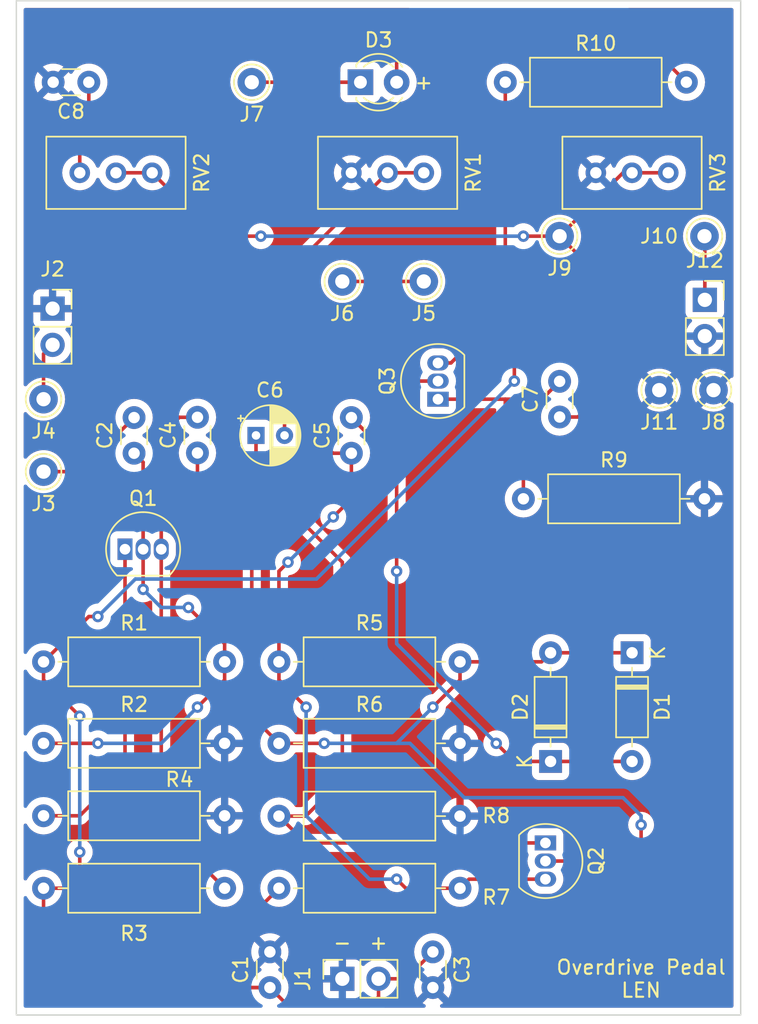
<source format=kicad_pcb>
(kicad_pcb (version 20211014) (generator pcbnew)
  (layers (0 "F.Cu" signal) (31 "B.Cu" signal) (34 "B.Paste" user) (35 "F.Paste" user) (36 "B.SilkS" user "B.Silkscreen") (37 "F.SilkS" user "F.Silkscreen") (38 "B.Mask" user) (39 "F.Mask" user) (44 "Edge.Cuts" user))
  (net 0 "")
  (net 1 "+9V")
  (net 2 "GND")
  (net 3 "Net-(C2-Pad1)")
  (net 4 "Net-(C2-Pad2)")
  (net 5 "Net-(C4-Pad1)")
  (net 6 "Net-(C4-Pad2)")
  (net 7 "Net-(C5-Pad1)")
  (net 8 "Net-(C5-Pad2)")
  (net 9 "Net-(C6-Pad1)")
  (net 10 "Net-(C6-Pad2)")
  (net 11 "Net-(C7-Pad1)")
  (net 12 "Net-(C7-Pad2)")
  (net 13 "Net-(C8-Pad1)")
  (net 14 "Net-(D3-Pad1)")
  (net 15 "Net-(D3-Pad2)")
  (net 16 "Net-(J2-Pad2)")
  (net 17 "Net-(J5-Pad1)")
  (net 18 "Net-(J10-Pad1)")
  (net 19 "Net-(Q1-Pad1)")
  (footprint "Connector_Pin:Pin_D1.0mm_L10.0mm" (layer "F.Cu") (at 130.175 70.485)
    (fp_text reference "J5" (at 0 2.25) (layer "F.SilkS"))
    (fp_text value "SW1AP3")
    (fp_circle (center 0 0) (end 1.25 0.05) (layer "F.SilkS") (width 0.12) (fill none))
    (pad "1" thru_hole circle (at 0 0) (size 2 2) (drill 1) (layers *.Cu *.Mask) (net 17 "Net-(J5-Pad1)"))
  )
  (footprint "Resistor_THT:R_Axial_DIN0309_L9.0mm_D3.2mm_P12.70mm_Horizontal" (layer "F.Cu") (at 103.505 97.155)
    (fp_text reference "R1" (at 6.35 -2.72) (layer "F.SilkS"))
    (fp_text value "330k")
    (fp_line (start 1.04 0) (end 1.73 0) (layer "F.SilkS") (width 0.12))
    (fp_line (start 10.97 1.72) (end 10.97 -1.72) (layer "F.SilkS") (width 0.12))
    (fp_line (start 1.73 -1.72) (end 1.73 1.72) (layer "F.SilkS") (width 0.12))
    (fp_line (start 11.66 0) (end 10.97 0) (layer "F.SilkS") (width 0.12))
    (fp_line (start 10.97 -1.72) (end 1.73 -1.72) (layer "F.SilkS") (width 0.12))
    (fp_line (start 1.73 1.72) (end 10.97 1.72) (layer "F.SilkS") (width 0.12))
    (pad "1" thru_hole circle (at 0 0) (size 1.6 1.6) (drill 0.8) (layers *.Cu *.Mask) (net 1 "+9V"))
    (pad "2" thru_hole oval (at 12.7 0) (size 1.6 1.6) (drill 0.8) (layers *.Cu *.Mask) (net 3 "Net-(C2-Pad1)"))
  )
  (footprint "Package_TO_SOT_THT:TO-92_Inline" (layer "F.Cu") (at 138.705 109.855 -90)
    (fp_text reference "Q2" (at 1.27 -3.56 90) (layer "F.SilkS"))
    (fp_text value "2N3904")
    (fp_line (start -0.53 1.85) (end 3.07 1.85) (layer "F.SilkS") (width 0.12))
    (fp_arc (start -0.568478 1.838478) (mid -1.132087 -0.994977) (end 1.27 -2.6) (layer "F.SilkS") (width 0.12))
    (fp_arc (start 1.27 -2.6) (mid 3.672087 -0.994977) (end 3.108478 1.838478) (layer "F.SilkS") (width 0.12))
    (pad "1" thru_hole rect (at 0 0 270) (size 1.05 1.5) (drill 0.75) (layers *.Cu *.Mask) (net 9 "Net-(C6-Pad1)"))
    (pad "2" thru_hole oval (at 1.27 0 270) (size 1.05 1.5) (drill 0.75) (layers *.Cu *.Mask) (net 5 "Net-(C4-Pad1)"))
    (pad "3" thru_hole oval (at 2.54 0 270) (size 1.05 1.5) (drill 0.75) (layers *.Cu *.Mask) (net 7 "Net-(C5-Pad1)"))
  )
  (footprint "Capacitor_THT:C_Disc_D3.0mm_W1.6mm_P2.50mm" (layer "F.Cu") (at 119.38 119.995 90)
    (fp_text reference "C1" (at 1.25 -2.05 90) (layer "F.SilkS"))
    (fp_text value "10nF")
    (fp_line (start 0.621 -0.92) (end 1.879 -0.92) (layer "F.SilkS") (width 0.12))
    (fp_line (start 0.621 0.92) (end 1.879 0.92) (layer "F.SilkS") (width 0.12))
    (pad "1" thru_hole circle (at 0 0 90) (size 1.6 1.6) (drill 0.8) (layers *.Cu *.Mask) (net 1 "+9V"))
    (pad "2" thru_hole circle (at 2.5 0 90) (size 1.6 1.6) (drill 0.8) (layers *.Cu *.Mask) (net 2 "GND"))
  )
  (footprint "Capacitor_THT:C_Disc_D3.0mm_W1.6mm_P2.50mm" (layer "F.Cu") (at 109.855 82.53 90)
    (fp_text reference "C2" (at 1.25 -2.05 90) (layer "F.SilkS"))
    (fp_text value "2.2uF")
    (fp_line (start 0.621 -0.92) (end 1.879 -0.92) (layer "F.SilkS") (width 0.12))
    (fp_line (start 0.621 0.92) (end 1.879 0.92) (layer "F.SilkS") (width 0.12))
    (pad "1" thru_hole circle (at 0 0 90) (size 1.6 1.6) (drill 0.8) (layers *.Cu *.Mask) (net 3 "Net-(C2-Pad1)"))
    (pad "2" thru_hole circle (at 2.5 0 90) (size 1.6 1.6) (drill 0.8) (layers *.Cu *.Mask) (net 4 "Net-(C2-Pad2)"))
  )
  (footprint "Resistor_THT:R_Axial_DIN0309_L9.0mm_D3.2mm_P12.70mm_Horizontal" (layer "F.Cu") (at 120.015 113.03)
    (fp_text reference "R7" (at 15.24 0.635) (layer "F.SilkS"))
    (fp_text value "6.8k")
    (fp_line (start 11.66 0) (end 10.97 0) (layer "F.SilkS") (width 0.12))
    (fp_line (start 1.73 -1.72) (end 1.73 1.72) (layer "F.SilkS") (width 0.12))
    (fp_line (start 10.97 -1.72) (end 1.73 -1.72) (layer "F.SilkS") (width 0.12))
    (fp_line (start 10.97 1.72) (end 10.97 -1.72) (layer "F.SilkS") (width 0.12))
    (fp_line (start 1.73 1.72) (end 10.97 1.72) (layer "F.SilkS") (width 0.12))
    (fp_line (start 1.04 0) (end 1.73 0) (layer "F.SilkS") (width 0.12))
    (pad "1" thru_hole circle (at 0 0) (size 1.6 1.6) (drill 0.8) (layers *.Cu *.Mask) (net 1 "+9V"))
    (pad "2" thru_hole oval (at 12.7 0) (size 1.6 1.6) (drill 0.8) (layers *.Cu *.Mask) (net 7 "Net-(C5-Pad1)"))
  )
  (footprint "Capacitor_THT:C_Disc_D3.0mm_W1.6mm_P2.50mm" (layer "F.Cu") (at 125.095 82.53 90)
    (fp_text reference "C5" (at 1.25 -2.05 90) (layer "F.SilkS"))
    (fp_text value "0.68uF")
    (fp_line (start 0.621 0.92) (end 1.879 0.92) (layer "F.SilkS") (width 0.12))
    (fp_line (start 0.621 -0.92) (end 1.879 -0.92) (layer "F.SilkS") (width 0.12))
    (pad "1" thru_hole circle (at 0 0 90) (size 1.6 1.6) (drill 0.8) (layers *.Cu *.Mask) (net 7 "Net-(C5-Pad1)"))
    (pad "2" thru_hole circle (at 2.5 0 90) (size 1.6 1.6) (drill 0.8) (layers *.Cu *.Mask) (net 8 "Net-(C5-Pad2)"))
  )
  (footprint "LED_THT:LED_D3.0mm" (layer "F.Cu") (at 125.73 56.515)
    (fp_text reference "D3" (at 1.27 -2.96) (layer "F.SilkS"))
    (fp_text value "LED")
    (fp_line (start -0.29 -1.236) (end -0.29 -1.08) (layer "F.SilkS") (width 0.12))
    (fp_line (start -0.29 1.08) (end -0.29 1.236) (layer "F.SilkS") (width 0.12))
    (fp_arc (start -0.29 -1.235516) (mid 1.366487 -1.987659) (end 2.942335 -1.078608) (layer "F.SilkS") (width 0.12))
    (fp_arc (start 2.31113 1.079837) (mid 1.270117 1.5) (end 0.229039 1.08) (layer "F.SilkS") (width 0.12))
    (fp_arc (start 0.229039 -1.08) (mid 1.270117 -1.5) (end 2.31113 -1.079837) (layer "F.SilkS") (width 0.12))
    (fp_arc (start 2.942335 1.078608) (mid 1.366487 1.987659) (end -0.29 1.235516) (layer "F.SilkS") (width 0.12))
    (pad "1" thru_hole rect (at 0 0) (size 1.8 1.8) (drill 0.9) (layers *.Cu *.Mask) (net 14 "Net-(D3-Pad1)"))
    (pad "2" thru_hole circle (at 2.54 0) (size 1.8 1.8) (drill 0.9) (layers *.Cu *.Mask) (net 15 "Net-(D3-Pad2)"))
  )
  (footprint "Capacitor_THT:C_Disc_D3.0mm_W1.6mm_P2.50mm" (layer "F.Cu") (at 114.3 82.51 90)
    (fp_text reference "C4" (at 1.25 -2.05 90) (layer "F.SilkS"))
    (fp_text value "0.68uF")
    (fp_line (start 0.621 -0.92) (end 1.879 -0.92) (layer "F.SilkS") (width 0.12))
    (fp_line (start 0.621 0.92) (end 1.879 0.92) (layer "F.SilkS") (width 0.12))
    (pad "1" thru_hole circle (at 0 0 90) (size 1.6 1.6) (drill 0.8) (layers *.Cu *.Mask) (net 5 "Net-(C4-Pad1)"))
    (pad "2" thru_hole circle (at 2.5 0 90) (size 1.6 1.6) (drill 0.8) (layers *.Cu *.Mask) (net 6 "Net-(C4-Pad2)"))
  )
  (footprint "Connector_Pin:Pin_D1.0mm_L10.0mm" (layer "F.Cu") (at 149.86 67.31)
    (fp_text reference "J10" (at -3.175 0) (layer "F.SilkS"))
    (fp_text value "SW1BP2")
    (fp_circle (center 0 0) (end 1.25 0.05) (layer "F.SilkS") (width 0.12) (fill none))
    (pad "1" thru_hole circle (at 0 0) (size 2 2) (drill 1) (layers *.Cu *.Mask) (net 18 "Net-(J10-Pad1)"))
  )
  (footprint "Resistor_THT:R_Axial_DIN0309_L9.0mm_D3.2mm_P12.70mm_Horizontal" (layer "F.Cu") (at 120.015 107.975)
    (fp_text reference "R8" (at 15.24 -0.025) (layer "F.SilkS"))
    (fp_text value "1k")
    (fp_line (start 1.73 -1.72) (end 1.73 1.72) (layer "F.SilkS") (width 0.12))
    (fp_line (start 1.04 0) (end 1.73 0) (layer "F.SilkS") (width 0.12))
    (fp_line (start 1.73 1.72) (end 10.97 1.72) (layer "F.SilkS") (width 0.12))
    (fp_line (start 10.97 -1.72) (end 1.73 -1.72) (layer "F.SilkS") (width 0.12))
    (fp_line (start 11.66 0) (end 10.97 0) (layer "F.SilkS") (width 0.12))
    (fp_line (start 10.97 1.72) (end 10.97 -1.72) (layer "F.SilkS") (width 0.12))
    (pad "1" thru_hole circle (at 0 0) (size 1.6 1.6) (drill 0.8) (layers *.Cu *.Mask) (net 9 "Net-(C6-Pad1)"))
    (pad "2" thru_hole oval (at 12.7 0) (size 1.6 1.6) (drill 0.8) (layers *.Cu *.Mask) (net 2 "GND"))
  )
  (footprint "Resistor_THT:R_Axial_DIN0309_L9.0mm_D3.2mm_P12.70mm_Horizontal" (layer "F.Cu") (at 135.89 56.515)
    (fp_text reference "R10" (at 6.35 -2.72) (layer "F.SilkS"))
    (fp_text value "1k")
    (fp_line (start 1.04 0) (end 1.73 0) (layer "F.SilkS") (width 0.12))
    (fp_line (start 10.97 -1.72) (end 1.73 -1.72) (layer "F.SilkS") (width 0.12))
    (fp_line (start 1.73 -1.72) (end 1.73 1.72) (layer "F.SilkS") (width 0.12))
    (fp_line (start 1.73 1.72) (end 10.97 1.72) (layer "F.SilkS") (width 0.12))
    (fp_line (start 10.97 1.72) (end 10.97 -1.72) (layer "F.SilkS") (width 0.12))
    (fp_line (start 11.66 0) (end 10.97 0) (layer "F.SilkS") (width 0.12))
    (pad "1" thru_hole circle (at 0 0) (size 1.6 1.6) (drill 0.8) (layers *.Cu *.Mask) (net 1 "+9V"))
    (pad "2" thru_hole oval (at 12.7 0) (size 1.6 1.6) (drill 0.8) (layers *.Cu *.Mask) (net 15 "Net-(D3-Pad2)"))
  )
  (footprint "Potentiometer_THT:Potentiometer_Bourns_3386C_Horizontal" (layer "F.Cu") (at 111.125 62.865 -90)
    (fp_text reference "RV2" (at 0 -3.475 90) (layer "F.SilkS"))
    (fp_text value "500k")
    (fp_line (start 2.535 -2.345) (end 2.535 7.425) (layer "F.SilkS") (width 0.12))
    (fp_line (start -2.535 7.425) (end 2.535 7.425) (layer "F.SilkS") (width 0.12))
    (fp_line (start -2.535 -2.345) (end -2.535 7.425) (layer "F.SilkS") (width 0.12))
    (fp_line (start -2.535 -2.345) (end 2.535 -2.345) (layer "F.SilkS") (width 0.12))
    (pad "1" thru_hole circle (at 0 0 270) (size 1.44 1.44) (drill 0.8) (layers *.Cu *.Mask) (net 11 "Net-(C7-Pad1)"))
    (pad "2" thru_hole circle (at 0 2.54 270) (size 1.44 1.44) (drill 0.8) (layers *.Cu *.Mask) (net 11 "Net-(C7-Pad1)"))
    (pad "3" thru_hole circle (at 0 5.08 270) (size 1.44 1.44) (drill 0.8) (layers *.Cu *.Mask) (net 13 "Net-(C8-Pad1)"))
  )
  (footprint "Package_TO_SOT_THT:TO-92_Inline" (layer "F.Cu") (at 131.17 78.74 90)
    (fp_text reference "Q3" (at 1.27 -3.56 90) (layer "F.SilkS"))
    (fp_text value "2N3904")
    (fp_line (start -0.53 1.85) (end 3.07 1.85) (layer "F.SilkS") (width 0.12))
    (fp_arc (start -0.568478 1.838478) (mid -1.132087 -0.994977) (end 1.27 -2.6) (layer "F.SilkS") (width 0.12))
    (fp_arc (start 1.27 -2.6) (mid 3.672087 -0.994977) (end 3.108478 1.838478) (layer "F.SilkS") (width 0.12))
    (pad "1" thru_hole rect (at 0 0 90) (size 1.05 1.5) (drill 0.75) (layers *.Cu *.Mask) (net 12 "Net-(C7-Pad2)"))
    (pad "2" thru_hole oval (at 1.27 0 90) (size 1.05 1.5) (drill 0.75) (layers *.Cu *.Mask) (net 7 "Net-(C5-Pad1)"))
    (pad "3" thru_hole oval (at 2.54 0 90) (size 1.05 1.5) (drill 0.75) (layers *.Cu *.Mask) (net 1 "+9V"))
  )
  (footprint "Resistor_THT:R_Axial_DIN0309_L9.0mm_D3.2mm_P12.70mm_Horizontal" (layer "F.Cu") (at 103.505 113.03)
    (fp_text reference "R3" (at 6.35 3.175) (layer "F.SilkS"))
    (fp_text value "33k")
    (fp_line (start 11.66 0) (end 10.97 0) (layer "F.SilkS") (width 0.12))
    (fp_line (start 10.97 1.72) (end 10.97 -1.72) (layer "F.SilkS") (width 0.12))
    (fp_line (start 1.73 1.72) (end 10.97 1.72) (layer "F.SilkS") (width 0.12))
    (fp_line (start 1.04 0) (end 1.73 0) (layer "F.SilkS") (width 0.12))
    (fp_line (start 10.97 -1.72) (end 1.73 -1.72) (layer "F.SilkS") (width 0.12))
    (fp_line (start 1.73 -1.72) (end 1.73 1.72) (layer "F.SilkS") (width 0.12))
    (pad "1" thru_hole circle (at 0 0) (size 1.6 1.6) (drill 0.8) (layers *.Cu *.Mask) (net 1 "+9V"))
    (pad "2" thru_hole oval (at 12.7 0) (size 1.6 1.6) (drill 0.8) (layers *.Cu *.Mask) (net 6 "Net-(C4-Pad2)"))
  )
  (footprint "Connector_Pin:Pin_D1.0mm_L10.0mm" (layer "F.Cu") (at 146.685 78.105)
    (fp_text reference "J11" (at 0 2.25) (layer "F.SilkS"))
    (fp_text value "SW1CP3")
    (fp_circle (center 0 0) (end 1.25 0.05) (layer "F.SilkS") (width 0.12) (fill none))
    (pad "1" thru_hole circle (at 0 0) (size 2 2) (drill 1) (layers *.Cu *.Mask) (net 2 "GND"))
  )
  (footprint "Capacitor_THT:C_Disc_D3.0mm_W1.6mm_P2.50mm" (layer "F.Cu") (at 130.81 117.495 -90)
    (fp_text reference "C3" (at 1.25 -2.05 90) (layer "F.SilkS"))
    (fp_text value "1uF")
    (fp_line (start 0.621 -0.92) (end 1.879 -0.92) (layer "F.SilkS") (width 0.12))
    (fp_line (start 0.621 0.92) (end 1.879 0.92) (layer "F.SilkS") (width 0.12))
    (pad "1" thru_hole circle (at 0 0 270) (size 1.6 1.6) (drill 0.8) (layers *.Cu *.Mask) (net 1 "+9V"))
    (pad "2" thru_hole circle (at 2.5 0 270) (size 1.6 1.6) (drill 0.8) (layers *.Cu *.Mask) (net 2 "GND"))
  )
  (footprint "Connector_PinSocket_2.54mm:PinSocket_1x02_P2.54mm_Vertical" (layer "F.Cu") (at 104.14 72.39)
    (fp_text reference "J2" (at 0 -2.77) (layer "F.SilkS"))
    (fp_text value "INPUT")
    (fp_line (start 1.33 -1.33) (end 1.33 0) (layer "F.SilkS") (width 0.12))
    (fp_line (start -1.33 1.27) (end 1.33 1.27) (layer "F.SilkS") (width 0.12))
    (fp_line (start 1.33 1.27) (end 1.33 3.87) (layer "F.SilkS") (width 0.12))
    (fp_line (start -1.33 1.27) (end -1.33 3.87) (layer "F.SilkS") (width 0.12))
    (fp_line (start 0 -1.33) (end 1.33 -1.33) (layer "F.SilkS") (width 0.12))
    (fp_line (start -1.33 3.87) (end 1.33 3.87) (layer "F.SilkS") (width 0.12))
    (pad "1" thru_hole rect (at 0 0) (size 1.7 1.7) (drill 1) (layers *.Cu *.Mask) (net 2 "GND"))
    (pad "2" thru_hole oval (at 0 2.54) (size 1.7 1.7) (drill 1) (layers *.Cu *.Mask) (net 16 "Net-(J2-Pad2)"))
  )
  (footprint "Capacitor_THT:CP_Radial_D4.0mm_P2.00mm" (layer "F.Cu") (at 118.407401 81.28)
    (fp_text reference "C6" (at 0.972599 -3.175) (layer "F.SilkS"))
    (fp_text value "10uF")
    (fp_line (start 2.801 -1.08) (end 2.801 -0.84) (layer "F.SilkS") (width 0.12))
    (fp_line (start 2.641 0.84) (end 2.641 1.304) (layer "F.SilkS") (width 0.12))
    (fp_line (start -1.269801 -1.195) (end -0.869801 -1.195) (layer "F.SilkS") (width 0.12))
    (fp_line (start 2.841 -1.013) (end 2.841 1.013) (layer "F.SilkS") (width 0.12))
    (fp_line (start 2.521 0.84) (end 2.521 1.438) (layer "F.SilkS") (width 0.12))
    (fp_line (start 2.721 0.84) (end 2.721 1.2) (layer "F.SilkS") (width 0.12))
    (fp_line (start 2.481 -1.478) (end 2.481 -0.84) (layer "F.SilkS") (width 0.12))
    (fp_line (start 1.16 -2.074) (end 1.16 2.074) (layer "F.SilkS") (width 0.12))
    (fp_line (start 3.001 -0.664) (end 3.001 0.664) (layer "F.SilkS") (width 0.12))
    (fp_line (start 1.4 0.84) (end 1.4 2.042) (layer "F.SilkS") (width 0.12))
    (fp_line (start 2.001 -1.83) (end 2.001 -0.84) (layer "F.SilkS") (width 0.12))
    (fp_line (start 2.761 -1.142) (end 2.761 -0.84) (layer "F.SilkS") (width 0.12))
    (fp_line (start 2.201 -1.708) (end 2.201 -0.84) (layer "F.SilkS") (width 0.12))
    (fp_line (start 1.48 -2.025) (end 1.48 -0.84) (layer "F.SilkS") (width 0.12))
    (fp_line (start 1.721 -1.954) (end 1.721 -0.84) (layer "F.SilkS") (width 0.12))
    (fp_line (start 1.6 0.84) (end 1.6 1.994) (layer "F.SilkS") (width 0.12))
    (fp_line (start 2.281 -1.65) (end 2.281 -0.84) (layer "F.SilkS") (width 0.12))
    (fp_line (start 1.64 0.84) (end 1.64 1.982) (layer "F.SilkS") (width 0.12))
    (fp_line (start 2.241 0.84) (end 2.241 1.68) (layer "F.SilkS") (width 0.12))
    (fp_line (start 2.561 -1.396) (end 2.561 -0.84) (layer "F.SilkS") (width 0.12))
    (fp_line (start 1.961 0.84) (end 1.961 1.851) (layer "F.SilkS") (width 0.12))
    (fp_line (start 1.881 0.84) (end 1.881 1.889) (layer "F.SilkS") (width 0.12))
    (fp_line (start 2.081 -1.785) (end 2.081 -0.84) (layer "F.SilkS") (width 0.12))
    (fp_line (start 1.56 -2.005) (end 1.56 -0.84) (layer "F.SilkS") (width 0.12))
    (fp_line (start 2.361 0.84) (end 2.361 1.587) (layer "F.SilkS") (width 0.12))
    (fp_line (start 1.28 0.84) (end 1.28 2.062) (layer "F.SilkS") (width 0.12))
    (fp_line (start 2.881 -0.94) (end 2.881 0.94) (layer "F.SilkS") (width 0.12))
    (fp_line (start 2.481 0.84) (end 2.481 1.478) (layer "F.SilkS") (width 0.12))
    (fp_line (start 2.121 0.84) (end 2.121 1.76) (layer "F.SilkS") (width 0.12))
    (fp_line (start 2.281 0.84) (end 2.281 1.65) (layer "F.SilkS") (width 0.12))
    (fp_line (start 1.44 0.84) (end 1.44 2.034) (layer "F.SilkS") (width 0.12))
    (fp_line (start 2.921 -0.859) (end 2.921 0.859) (layer "F.SilkS") (width 0.12))
    (fp_line (start 1.841 0.84) (end 1.841 1.907) (layer "F.SilkS") (width 0.12))
    (fp_line (start 2.641 -1.304) (end 2.641 -0.84) (layer "F.SilkS") (width 0.12))
    (fp_line (start 2.201 0.84) (end 2.201 1.708) (layer "F.SilkS") (width 0.12))
    (fp_line (start 1.56 0.84) (end 1.56 2.005) (layer "F.SilkS") (width 0.12))
    (fp_line (start 1.28 -2.062) (end 1.28 -0.84) (layer "F.SilkS") (width 0.12))
    (fp_line (start 2.681 -1.254) (end 2.681 -0.84) (layer "F.SilkS") (width 0.12))
    (fp_line (start 1.52 0.84) (end 1.52 2.016) (layer "F.SilkS") (width 0.12))
    (fp_line (start 2.121 -1.76) (end 2.121 -0.84) (layer "F.SilkS") (width 0.12))
    (fp_line (start 2.761 0.84) (end 2.761 1.142) (layer "F.SilkS") (width 0.12))
    (fp_line (start 1.2 -2.071) (end 1.2 -0.84) (layer "F.SilkS") (width 0.12))
    (fp_line (start 2.001 0.84) (end 2.001 1.83) (layer "F.SilkS") (width 0.12))
    (fp_line (start 2.161 0.84) (end 2.161 1.735) (layer "F.SilkS") (width 0.12))
    (fp_line (start 1.48 0.84) (end 1.48 2.025) (layer "F.SilkS") (width 0.12))
    (fp_line (start 2.601 -1.351) (end 2.601 -0.84) (layer "F.SilkS") (width 0.12))
    (fp_line (start 2.041 0.84) (end 2.041 1.808) (layer "F.SilkS") (width 0.12))
    (fp_line (start 1.721 0.84) (end 1.721 1.954) (layer "F.SilkS") (width 0.12))
    (fp_line (start 2.321 0.84) (end 2.321 1.619) (layer "F.SilkS") (width 0.12))
    (fp_line (start 2.441 -1.516) (end 2.441 -0.84) (layer "F.SilkS") (width 0.12))
    (fp_line (start 1.801 0.84) (end 1.801 1.924) (layer "F.SilkS") (width 0.12))
    (fp_line (start 1.68 -1.968) (end 1.68 -0.84) (layer "F.SilkS") (width 0.12))
    (fp_line (start 2.961 -0.768) (end 2.961 0.768) (layer "F.SilkS") (width 0.12))
    (fp_line (start 1.32 0.84) (end 1.32 2.056) (layer "F.SilkS") (width 0.12))
    (fp_line (start -1.069801 -1.395) (end -1.069801 -0.995) (layer "F.SilkS") (width 0.12))
    (fp_line (start 1 -2.08) (end 1 2.08) (layer "F.SilkS") (width 0.12))
    (fp_line (start 1.881 -1.889) (end 1.881 -0.84) (layer "F.SilkS") (width 0.12))
    (fp_line (start 2.601 0.84) (end 2.601 1.351) (layer "F.SilkS") (width 0.12))
    (fp_line (start 1.68 0.84) (end 1.68 1.968) (layer "F.SilkS") (width 0.12))
    (fp_line (start 2.401 0.84) (end 2.401 1.552) (layer "F.SilkS") (width 0.12))
    (fp_line (start 2.361 -1.587) (end 2.361 -0.84) (layer "F.SilkS") (width 0.12))
    (fp_line (start 1.44 -2.034) (end 1.44 -0.84) (layer "F.SilkS") (width 0.12))
    (fp_line (start 1.36 -2.05) (end 1.36 -0.84) (layer "F.SilkS") (width 0.12))
    (fp_line (start 1.841 -1.907) (end 1.841 -0.84) (layer "F.SilkS") (width 0.12))
    (fp_line (start 1.6 -1.994) (end 1.6 -0.84) (layer "F.SilkS") (width 0.12))
    (fp_line (start 1.52 -2.016) (end 1.52 -0.84) (layer "F.SilkS") (width 0.12))
    (fp_line (start 1.32 -2.056) (end 1.32 -0.84) (layer "F.SilkS") (width 0.12))
    (fp_line (start 1.04 -2.08) (end 1.04 2.08) (layer "F.SilkS") (width 0.12))
    (fp_line (start 3.081 -0.37) (end 3.081 0.37) (layer "F.SilkS") (width 0.12))
    (fp_line (start 2.521 -1.438) (end 2.521 -0.84) (layer "F.SilkS") (width 0.12))
    (fp_line (start 1.64 -1.982) (end 1.64 -0.84) (layer "F.SilkS") (width 0.12))
    (fp_line (start 1.761 -1.94) (end 1.761 -0.84) (layer "F.SilkS") (width 0.12))
    (fp_line (start 2.441 0.84) (end 2.441 1.516) (layer "F.SilkS") (width 0.12))
    (fp_line (start 3.041 -0.537) (end 3.041 0.537) (layer "F.SilkS") (width 0.12))
    (fp_line (start 2.321 -1.619) (end 2.321 -0.84) (layer "F.SilkS") (width 0.12))
    (fp_line (start 2.161 -1.735) (end 2.161 -0.84) (layer "F.SilkS") (width 0.12))
    (fp_line (start 1.761 0.84) (end 1.761 1.94) (layer "F.SilkS") (width 0.12))
    (fp_line (start 2.241 -1.68) (end 2.241 -0.84) (layer "F.SilkS") (width 0.12))
    (fp_line (start 1.801 -1.924) (end 1.801 -0.84) (layer "F.SilkS") (width 0.12))
    (fp_line (start 1.961 -1.851) (end 1.961 -0.84) (layer "F.SilkS") (width 0.12))
    (fp_line (start 2.041 -1.808) (end 2.041 -0.84) (layer "F.SilkS") (width 0.12))
    (fp_line (start 2.561 0.84) (end 2.561 1.396) (layer "F.SilkS") (width 0.12))
    (fp_line (start 2.681 0.84) (end 2.681 1.254) (layer "F.SilkS") (width 0.12))
    (fp_line (start 1.24 -2.067) (end 1.24 -0.84) (layer "F.SilkS") (width 0.12))
    (fp_line (start 1.36 0.84) (end 1.36 2.05) (layer "F.SilkS") (width 0.12))
    (fp_line (start 2.721 -1.2) (end 2.721 -0.84) (layer "F.SilkS") (width 0.12))
    (fp_line (start 1.4 -2.042) (end 1.4 -0.84) (layer "F.SilkS") (width 0.12))
    (fp_line (start 2.081 0.84) (end 2.081 1.785) (layer "F.SilkS") (width 0.12))
    (fp_line (start 1.2 0.84) (end 1.2 2.071) (layer "F.SilkS") (width 0.12))
    (fp_line (start 1.921 0.84) (end 1.921 1.87) (layer "F.SilkS") (width 0.12))
    (fp_line (start 1.12 -2.077) (end 1.12 2.077) (layer "F.SilkS") (width 0.12))
    (fp_line (start 1.921 -1.87) (end 1.921 -0.84) (layer "F.SilkS") (width 0.12))
    (fp_line (start 2.801 0.84) (end 2.801 1.08) (layer "F.SilkS") (width 0.12))
    (fp_line (start 1.08 -2.079) (end 1.08 2.079) (layer "F.SilkS") (width 0.12))
    (fp_line (start 2.401 -1.552) (end 2.401 -0.84) (layer "F.SilkS") (width 0.12))
    (fp_line (start 1.24 0.84) (end 1.24 2.067) (layer "F.SilkS") (width 0.12))
    (fp_circle (center 1 0) (end 3.12 0) (layer "F.SilkS") (width 0.12) (fill none))
    (pad "1" thru_hole rect (at 0 0) (size 1.2 1.2) (drill 0.6) (layers *.Cu *.Mask) (net 9 "Net-(C6-Pad1)"))
    (pad "2" thru_hole circle (at 2 0) (size 1.2 1.2) (drill 0.6) (layers *.Cu *.Mask) (net 10 "Net-(C6-Pad2)"))
  )
  (footprint "Diode_THT:D_DO-35_SOD27_P7.62mm_Horizontal" (layer "F.Cu") (at 139.065 104.14 90)
    (fp_text reference "D2" (at 3.81 -2.12 90) (layer "F.SilkS"))
    (fp_text value "1N4148")
    (fp_text user "K" (at 0 -1.8 90) (layer "F.SilkS"))
    (fp_line (start 2.53 -1.12) (end 2.53 1.12) (layer "F.SilkS") (width 0.12))
    (fp_line (start 6.58 0) (end 5.93 0) (layer "F.SilkS") (width 0.12))
    (fp_line (start 2.41 -1.12) (end 2.41 1.12) (layer "F.SilkS") (width 0.12))
    (fp_line (start 5.93 1.12) (end 5.93 -1.12) (layer "F.SilkS") (width 0.12))
    (fp_line (start 2.29 -1.12) (end 2.29 1.12) (layer "F.SilkS") (width 0.12))
    (fp_line (start 1.04 0) (end 1.69 0) (layer "F.SilkS") (width 0.12))
    (fp_line (start 1.69 1.12) (end 5.93 1.12) (layer "F.SilkS") (width 0.12))
    (fp_line (start 5.93 -1.12) (end 1.69 -1.12) (layer "F.SilkS") (width 0.12))
    (fp_line (start 1.69 -1.12) (end 1.69 1.12) (layer "F.SilkS") (width 0.12))
    (pad "1" thru_hole rect (at 0 0 90) (size 1.6 1.6) (drill 0.8) (layers *.Cu *.Mask) (net 8 "Net-(C5-Pad2)"))
    (pad "2" thru_hole oval (at 7.62 0 90) (size 1.6 1.6) (drill 0.8) (layers *.Cu *.Mask) (net 5 "Net-(C4-Pad1)"))
  )
  (footprint "Resistor_THT:R_Axial_DIN0309_L9.0mm_D3.2mm_P12.70mm_Horizontal" (layer "F.Cu") (at 120.015 102.87)
    (fp_text reference "R6" (at 6.35 -2.72) (layer "F.SilkS"))
    (fp_text value "100k")
    (fp_line (start 11.66 0) (end 10.97 0) (layer "F.SilkS") (width 0.12))
    (fp_line (start 10.97 -1.72) (end 1.73 -1.72) (layer "F.SilkS") (width 0.12))
    (fp_line (start 1.73 -1.72) (end 1.73 1.72) (layer "F.SilkS") (width 0.12))
    (fp_line (start 1.73 1.72) (end 10.97 1.72) (layer "F.SilkS") (width 0.12))
    (fp_line (start 10.97 1.72) (end 10.97 -1.72) (layer "F.SilkS") (width 0.12))
    (fp_line (start 1.04 0) (end 1.73 0) (layer "F.SilkS") (width 0.12))
    (pad "1" thru_hole circle (at 0 0) (size 1.6 1.6) (drill 0.8) (layers *.Cu *.Mask) (net 5 "Net-(C4-Pad1)"))
    (pad "2" thru_hole oval (at 12.7 0) (size 1.6 1.6) (drill 0.8) (layers *.Cu *.Mask) (net 2 "GND"))
  )
  (footprint "Connector_Pin:Pin_D1.0mm_L10.0mm" (layer "F.Cu") (at 124.46 70.485)
    (fp_text reference "J6" (at 0 2.25) (layer "F.SilkS"))
    (fp_text value "SW1BP3")
    (fp_circle (center 0 0) (end 1.25 0.05) (layer "F.SilkS") (width 0.12) (fill none))
    (pad "1" thru_hole circle (at 0 0) (size 2 2) (drill 1) (layers *.Cu *.Mask) (net 17 "Net-(J5-Pad1)"))
  )
  (footprint "Diode_THT:D_DO-35_SOD27_P7.62mm_Horizontal" (layer "F.Cu") (at 144.78 96.52 -90)
    (fp_text reference "D1" (at 3.81 -2.12 90) (layer "F.SilkS"))
    (fp_text value "1N4148")
    (fp_text user "K" (at 0 -1.8 90) (layer "F.SilkS"))
    (fp_line (start 6.58 0) (end 5.93 0) (layer "F.SilkS") (width 0.12))
    (fp_line (start 2.29 -1.12) (end 2.29 1.12) (layer "F.SilkS") (width 0.12))
    (fp_line (start 5.93 1.12) (end 5.93 -1.12) (layer "F.SilkS") (width 0.12))
    (fp_line (start 1.04 0) (end 1.69 0) (layer "F.SilkS") (width 0.12))
    (fp_line (start 5.93 -1.12) (end 1.69 -1.12) (layer "F.SilkS") (width 0.12))
    (fp_line (start 1.69 1.12) (end 5.93 1.12) (layer "F.SilkS") (width 0.12))
    (fp_line (start 1.69 -1.12) (end 1.69 1.12) (layer "F.SilkS") (width 0.12))
    (fp_line (start 2.53 -1.12) (end 2.53 1.12) (layer "F.SilkS") (width 0.12))
    (fp_line (start 2.41 -1.12) (end 2.41 1.12) (layer "F.SilkS") (width 0.12))
    (pad "1" thru_hole rect (at 0 0 270) (size 1.6 1.6) (drill 0.8) (layers *.Cu *.Mask) (net 5 "Net-(C4-Pad1)"))
    (pad "2" thru_hole oval (at 7.62 0 270) (size 1.6 1.6) (drill 0.8) (layers *.Cu *.Mask) (net 8 "Net-(C5-Pad2)"))
  )
  (footprint "Connector_PinSocket_2.54mm:PinSocket_1x02_P2.54mm_Vertical" (layer "F.Cu") (at 124.46 119.38 90)
    (fp_text reference "J1" (at 0 -2.77 90) (layer "F.SilkS"))
    (fp_text value "BATTERY")
    (fp_line (start 1.33 -1.33) (end 1.33 0) (layer "F.SilkS") (width 0.12))
    (fp_line (start -1.33 1.27) (end -1.33 3.87) (layer "F.SilkS") (width 0.12))
    (fp_line (start 1.33 1.27) (end 1.33 3.87) (layer "F.SilkS") (width 0.12))
    (fp_line (start -1.33 3.87) (end 1.33 3.87) (layer "F.SilkS") (width 0.12))
    (fp_line (start -1.33 1.27) (end 1.33 1.27) (layer "F.SilkS") (width 0.12))
    (fp_line (start 0 -1.33) (end 1.33 -1.33) (layer "F.SilkS") (width 0.12))
    (pad "1" thru_hole rect (at 0 0 90) (size 1.7 1.7) (drill 1) (layers *.Cu *.Mask) (net 2 "GND"))
    (pad "2" thru_hole oval (at 0 2.54 90) (size 1.7 1.7) (drill 1) (layers *.Cu *.Mask) (net 1 "+9V"))
  )
  (footprint "Package_TO_SOT_THT:TO-92_Inline" (layer "F.Cu") (at 109.22 89.26)
    (fp_text reference "Q1" (at 1.27 -3.56) (layer "F.SilkS"))
    (fp_text value "2N3904")
    (fp_line (start -0.53 1.85) (end 3.07 1.85) (layer "F.SilkS") (width 0.12))
    (fp_arc (start -0.568478 1.838478) (mid -1.132087 -0.994977) (end 1.27 -2.6) (layer "F.SilkS") (width 0.12))
    (fp_arc (start 1.27 -2.6) (mid 3.672087 -0.994977) (end 3.108478 1.838478) (layer "F.SilkS") (width 0.12))
    (pad "1" thru_hole rect (at 0 0) (size 1.05 1.5) (drill 0.75) (layers *.Cu *.Mask) (net 19 "Net-(Q1-Pad1)"))
    (pad "2" thru_hole oval (at 1.27 0) (size 1.05 1.5) (drill 0.75) (layers *.Cu *.Mask) (net 3 "Net-(C2-Pad1)"))
    (pad "3" thru_hole oval (at 2.54 0) (size 1.05 1.5) (drill 0.75) (layers *.Cu *.Mask) (net 6 "Net-(C4-Pad2)"))
  )
  (footprint "Resistor_THT:R_Axial_DIN0309_L9.0mm_D3.2mm_P12.70mm_Horizontal" (layer "F.Cu") (at 120.015 97.155)
    (fp_text reference "R5" (at 6.35 -2.72) (layer "F.SilkS"))
    (fp_text value "330k")
    (fp_line (start 10.97 1.72) (end 10.97 -1.72) (layer "F.SilkS") (width 0.12))
    (fp_line (start 11.66 0) (end 10.97 0) (layer "F.SilkS") (width 0.12))
    (fp_line (start 10.97 -1.72) (end 1.73 -1.72) (layer "F.SilkS") (width 0.12))
    (fp_line (start 1.73 1.72) (end 10.97 1.72) (layer "F.SilkS") (width 0.12))
    (fp_line (start 1.73 -1.72) (end 1.73 1.72) (layer "F.SilkS") (width 0.12))
    (fp_line (start 1.04 0) (end 1.73 0) (layer "F.SilkS") (width 0.12))
    (pad "1" thru_hole circle (at 0 0) (size 1.6 1.6) (drill 0.8) (layers *.Cu *.Mask) (net 7 "Net-(C5-Pad1)"))
    (pad "2" thru_hole oval (at 12.7 0) (size 1.6 1.6) (drill 0.8) (layers *.Cu *.Mask) (net 5 "Net-(C4-Pad1)"))
  )
  (footprint "Connector_Pin:Pin_D1.0mm_L10.0mm" (layer "F.Cu") (at 103.505 83.82)
    (fp_text reference "J3" (at 0 2.25) (layer "F.SilkS"))
    (fp_text value "SW1AP1")
    (fp_circle (center 0 0) (end 1.25 0.05) (layer "F.SilkS") (width 0.12) (fill none))
    (pad "1" thru_hole circle (at 0 0) (size 2 2) (drill 1) (layers *.Cu *.Mask) (net 4 "Net-(C2-Pad2)"))
  )
  (footprint "Connector_Pin:Pin_D1.0mm_L10.0mm" (layer "F.Cu") (at 118.11 56.515)
    (fp_text reference "J7" (at 0 2.25) (layer "F.SilkS"))
    (fp_text value "SW1CP1")
    (fp_circle (center 0 0) (end 1.25 0.05) (layer "F.SilkS") (width 0.12) (fill none))
    (pad "1" thru_hole circle (at 0 0) (size 2 2) (drill 1) (layers *.Cu *.Mask) (net 14 "Net-(D3-Pad1)"))
  )
  (footprint "Resistor_THT:R_Axial_DIN0309_L9.0mm_D3.2mm_P12.70mm_Horizontal" (layer "F.Cu") (at 137.16 85.725)
    (fp_text reference "R9" (at 6.35 -2.72) (layer "F.SilkS"))
    (fp_text value "33k")
    (fp_line (start 1.04 0) (end 1.73 0) (layer "F.SilkS") (width 0.12))
    (fp_line (start 11.66 0) (end 10.97 0) (layer "F.SilkS") (width 0.12))
    (fp_line (start 10.97 1.72) (end 10.97 -1.72) (layer "F.SilkS") (width 0.12))
    (fp_line (start 1.73 -1.72) (end 1.73 1.72) (layer "F.SilkS") (width 0.12))
    (fp_line (start 10.97 -1.72) (end 1.73 -1.72) (layer "F.SilkS") (width 0.12))
    (fp_line (start 1.73 1.72) (end 10.97 1.72) (layer "F.SilkS") (width 0.12))
    (pad "1" thru_hole circle (at 0 0) (size 1.6 1.6) (drill 0.8) (layers *.Cu *.Mask) (net 12 "Net-(C7-Pad2)"))
    (pad "2" thru_hole oval (at 12.7 0) (size 1.6 1.6) (drill 0.8) (layers *.Cu *.Mask) (net 2 "GND"))
  )
  (footprint "Connector_Pin:Pin_D1.0mm_L10.0mm" (layer "F.Cu") (at 150.495 78.105)
    (fp_text reference "J8" (at 0 2.25) (layer "F.SilkS"))
    (fp_text value "SW1CP2")
    (fp_circle (center 0 0) (end 1.25 0.05) (layer "F.SilkS") (width 0.12) (fill none))
    (pad "1" thru_hole circle (at 0 0) (size 2 2) (drill 1) (layers *.Cu *.Mask) (net 2 "GND"))
  )
  (footprint "Connector_PinSocket_2.54mm:PinSocket_1x02_P2.54mm_Vertical" (layer "F.Cu") (at 149.885 71.775)
    (fp_text reference "J12" (at 0 -2.77) (layer "F.SilkS"))
    (fp_text value "OUTPUT")
    (fp_line (start 1.33 -1.33) (end 1.33 0) (layer "F.SilkS") (width 0.12))
    (fp_line (start -1.33 1.27) (end 1.33 1.27) (layer "F.SilkS") (width 0.12))
    (fp_line (start -1.33 1.27) (end -1.33 3.87) (layer "F.SilkS") (width 0.12))
    (fp_line (start -1.33 3.87) (end 1.33 3.87) (layer "F.SilkS") (width 0.12))
    (fp_line (start 0 -1.33) (end 1.33 -1.33) (layer "F.SilkS") (width 0.12))
    (fp_line (start 1.33 1.27) (end 1.33 3.87) (layer "F.SilkS") (width 0.12))
    (pad "1" thru_hole rect (at 0 0) (size 1.7 1.7) (drill 1) (layers *.Cu *.Mask) (net 18 "Net-(J10-Pad1)"))
    (pad "2" thru_hole oval (at 0 2.54) (size 1.7 1.7) (drill 1) (layers *.Cu *.Mask) (net 2 "GND"))
  )
  (footprint "Potentiometer_THT:Potentiometer_Bourns_3386C_Horizontal" (layer "F.Cu") (at 147.32 62.865 -90)
    (fp_text reference "RV3" (at 0 -3.475 90) (layer "F.SilkS"))
    (fp_text value "500k")
    (fp_line (start -2.535 -2.345) (end 2.535 -2.345) (layer "F.SilkS") (width 0.12))
    (fp_line (start -2.535 -2.345) (end -2.535 7.425) (layer "F.SilkS") (width 0.12))
    (fp_line (start 2.535 -2.345) (end 2.535 7.425) (layer "F.SilkS") (width 0.12))
    (fp_line (start -2.535 7.425) (end 2.535 7.425) (layer "F.SilkS") (width 0.12))
    (pad "1" thru_hole circle (at 0 0 270) (size 1.44 1.44) (drill 0.8) (layers *.Cu *.Mask) (net 11 "Net-(C7-Pad1)"))
    (pad "2" thru_hole circle (at 0 2.54 270) (size 1.44 1.44) (drill 0.8) (layers *.Cu *.Mask) (net 11 "Net-(C7-Pad1)"))
    (pad "3" thru_hole circle (at 0 5.08 270) (size 1.44 1.44) (drill 0.8) (layers *.Cu *.Mask) (net 2 "GND"))
  )
  (footprint "Capacitor_THT:C_Disc_D3.0mm_W1.6mm_P2.50mm" (layer "F.Cu") (at 139.7 79.99 90)
    (fp_text reference "C7" (at 1.25 -2.05 90) (layer "F.SilkS"))
    (fp_text value "0.22uF")
    (fp_line (start 0.621 0.92) (end 1.879 0.92) (layer "F.SilkS") (width 0.12))
    (fp_line (start 0.621 -0.92) (end 1.879 -0.92) (layer "F.SilkS") (width 0.12))
    (pad "1" thru_hole circle (at 0 0 90) (size 1.6 1.6) (drill 0.8) (layers *.Cu *.Mask) (net 11 "Net-(C7-Pad1)"))
    (pad "2" thru_hole circle (at 2.5 0 90) (size 1.6 1.6) (drill 0.8) (layers *.Cu *.Mask) (net 12 "Net-(C7-Pad2)"))
  )
  (footprint "Capacitor_THT:C_Disc_D3.0mm_W1.6mm_P2.50mm" (layer "F.Cu") (at 106.68 56.515 180)
    (fp_text reference "C8" (at 1.25 -2.05) (layer "F.SilkS"))
    (fp_text value "1nF")
    (fp_line (start 0.621 0.92) (end 1.879 0.92) (layer "F.SilkS") (width 0.12))
    (fp_line (start 0.621 -0.92) (end 1.879 -0.92) (layer "F.SilkS") (width 0.12))
    (pad "1" thru_hole circle (at 0 0 180) (size 1.6 1.6) (drill 0.8) (layers *.Cu *.Mask) (net 13 "Net-(C8-Pad1)"))
    (pad "2" thru_hole circle (at 2.5 0 180) (size 1.6 1.6) (drill 0.8) (layers *.Cu *.Mask) (net 2 "GND"))
  )
  (footprint "Resistor_THT:R_Axial_DIN0309_L9.0mm_D3.2mm_P12.70mm_Horizontal" (layer "F.Cu") (at 103.505 107.95)
    (fp_text reference "R4" (at 9.525 -2.54 180) (layer "F.SilkS"))
    (fp_text value "680")
    (fp_line (start 11.66 0) (end 10.97 0) (layer "F.SilkS") (width 0.12))
    (fp_line (start 1.04 0) (end 1.73 0) (layer "F.SilkS") (width 0.12))
    (fp_line (start 1.73 1.72) (end 10.97 1.72) (layer "F.SilkS") (width 0.12))
    (fp_line (start 10.97 1.72) (end 10.97 -1.72) (layer "F.SilkS") (width 0.12))
    (fp_line (start 10.97 -1.72) (end 1.73 -1.72) (layer "F.SilkS") (width 0.12))
    (fp_line (start 1.73 -1.72) (end 1.73 1.72) (layer "F.SilkS") (width 0.12))
    (pad "1" thru_hole circle (at 0 0) (size 1.6 1.6) (drill 0.8) (layers *.Cu *.Mask) (net 19 "Net-(Q1-Pad1)"))
    (pad "2" thru_hole oval (at 12.7 0) (size 1.6 1.6) (drill 0.8) (layers *.Cu *.Mask) (net 2 "GND"))
  )
  (footprint "Connector_Pin:Pin_D1.0mm_L10.0mm" (layer "F.Cu") (at 103.505 78.74)
    (fp_text reference "J4" (at 0 2.25) (layer "F.SilkS"))
    (fp_text value "SW1AP2")
    (fp_circle (center 0 0) (end 1.25 0.05) (layer "F.SilkS") (width 0.12) (fill none))
    (pad "1" thru_hole circle (at 0 0) (size 2 2) (drill 1) (layers *.Cu *.Mask) (net 16 "Net-(J2-Pad2)"))
  )
  (footprint "Potentiometer_THT:Potentiometer_Bourns_3386C_Horizontal" (layer "F.Cu") (at 130.175 62.865 -90)
    (fp_text reference "RV1" (at 0 -3.475 90) (layer "F.SilkS"))
    (fp_text value "1k")
    (fp_line (start 2.535 -2.345) (end 2.535 7.425) (layer "F.SilkS") (width 0.12))
    (fp_line (start -2.535 7.425) (end 2.535 7.425) (layer "F.SilkS") (width 0.12))
    (fp_line (start -2.535 -2.345) (end 2.535 -2.345) (layer "F.SilkS") (width 0.12))
    (fp_line (start -2.535 -2.345) (end -2.535 7.425) (layer "F.SilkS") (width 0.12))
    (pad "1" thru_hole circle (at 0 0 270) (size 1.44 1.44) (drill 0.8) (layers *.Cu *.Mask) (net 10 "Net-(C6-Pad2)"))
    (pad "2" thru_hole circle (at 0 2.54 270) (size 1.44 1.44) (drill 0.8) (layers *.Cu *.Mask) (net 10 "Net-(C6-Pad2)"))
    (pad "3" thru_hole circle (at 0 5.08 270) (size 1.44 1.44) (drill 0.8) (layers *.Cu *.Mask) (net 2 "GND"))
  )
  (footprint "Resistor_THT:R_Axial_DIN0309_L9.0mm_D3.2mm_P12.70mm_Horizontal" (layer "F.Cu") (at 103.505 102.87)
    (fp_text reference "R2" (at 6.35 -2.72) (layer "F.SilkS"))
    (fp_text value "33k")
    (fp_line (start 11.66 0) (end 10.97 0) (layer "F.SilkS") (width 0.12))
    (fp_line (start 1.04 0) (end 1.73 0) (layer "F.SilkS") (width 0.12))
    (fp_line (start 1.73 1.72) (end 10.97 1.72) (layer "F.SilkS") (width 0.12))
    (fp_line (start 10.97 1.72) (end 10.97 -1.72) (layer "F.SilkS") (width 0.12))
    (fp_line (start 1.73 -1.72) (end 1.73 1.72) (layer "F.SilkS") (width 0.12))
    (fp_line (start 10.97 -1.72) (end 1.73 -1.72) (layer "F.SilkS") (width 0.12))
    (pad "1" thru_hole circle (at 0 0) (size 1.6 1.6) (drill 0.8) (layers *.Cu *.Mask) (net 3 "Net-(C2-Pad1)"))
    (pad "2" thru_hole oval (at 12.7 0) (size 1.6 1.6) (drill 0.8) (layers *.Cu *.Mask) (net 2 "GND"))
  )
  (footprint "Connector_Pin:Pin_D1.0mm_L10.0mm" (layer "F.Cu") (at 139.7 67.31)
    (fp_text reference "J9" (at 0 2.25) (layer "F.SilkS"))
    (fp_text value "SW1BP1")
    (fp_circle (center 0 0) (end 1.25 0.05) (layer "F.SilkS") (width 0.12) (fill none))
    (pad "1" thru_hole circle (at 0 0) (size 2 2) (drill 1) (layers *.Cu *.Mask) (net 11 "Net-(C7-Pad1)"))
  )
  (gr_rect (start 101.6 50.8) (end 152.4 121.92) (layer "Edge.Cuts") (width 0.1) (fill none))
  (gr_text "+" (at 127 116.84) (layer "F.SilkS") (effects (font (size 1 1))))
  (gr_text "+" (at 130.175 56.515) (layer "F.SilkS") (effects (font (size 1 1))))
  (gr_text "-" (at 124.46 116.84) (layer "F.SilkS") (effects (font (size 1 1))))
  (gr_text "Overdrive Pedal\nLEN" (at 145.415 119.38) (layer "F.SilkS") (effects (font (size 1 1))))
  (segment (start 103.505 98.425) (end 103.505 97.155) (width 0.25) (layer "F.Cu") (net 1))
  (segment (start 127 120.65) (end 126.365 121.285) (width 0.25) (layer "F.Cu") (net 1))
  (segment (start 103.505 116.205) (end 103.505 113.03) (width 0.25) (layer "F.Cu") (net 1))
  (segment (start 136.525 74.93) (end 135.89 74.295) (width 0.25) (layer "F.Cu") (net 1))
  (segment (start 106.68 93.98) (end 107.315 93.98) (width 0.25) (layer "F.Cu") (net 1))
  (segment (start 119.38 119.995) (end 107.295 119.995) (width 0.25) (layer "F.Cu") (net 1))
  (segment (start 135.89 74.295) (end 135.89 56.515) (width 0.25) (layer "F.Cu") (net 1))
  (segment (start 133.985 74.295) (end 132.08 76.2) (width 0.25) (layer "F.Cu") (net 1))
  (segment (start 127 119.38) (end 128.925 119.38) (width 0.25) (layer "F.Cu") (net 1))
  (segment (start 105.41 113.03) (end 106.045 112.395) (width 0.25) (layer "F.Cu") (net 1))
  (segment (start 127 119.38) (end 127 120.65) (width 0.25) (layer "F.Cu") (net 1))
  (segment (start 103.505 97.155) (end 106.68 93.98) (width 0.25) (layer "F.Cu") (net 1))
  (segment (start 126.365 121.285) (end 120.67 121.285) (width 0.25) (layer "F.Cu") (net 1))
  (segment (start 117.455 119.995) (end 119.38 119.995) (width 0.25) (layer "F.Cu") (net 1))
  (segment (start 120.015 113.03) (end 116.205 116.84) (width 0.25) (layer "F.Cu") (net 1))
  (segment (start 103.505 113.03) (end 105.41 113.03) (width 0.25) (layer "F.Cu") (net 1))
  (segment (start 106.045 100.965) (end 103.505 98.425) (width 0.25) (layer "F.Cu") (net 1))
  (segment (start 107.295 119.995) (end 103.505 116.205) (width 0.25) (layer "F.Cu") (net 1))
  (segment (start 106.045 112.395) (end 106.045 110.49) (width 0.25) (layer "F.Cu") (net 1))
  (segment (start 120.67 121.285) (end 119.38 119.995) (width 0.25) (layer "F.Cu") (net 1))
  (segment (start 116.205 116.84) (end 116.205 118.745) (width 0.25) (layer "F.Cu") (net 1))
  (segment (start 116.205 118.745) (end 117.455 119.995) (width 0.25) (layer "F.Cu") (net 1))
  (segment (start 135.89 74.295) (end 133.985 74.295) (width 0.25) (layer "F.Cu") (net 1))
  (segment (start 136.525 77.47) (end 136.525 74.93) (width 0.25) (layer "F.Cu") (net 1))
  (segment (start 128.925 119.38) (end 130.81 117.495) (width 0.25) (layer "F.Cu") (net 1))
  (segment (start 132.08 76.2) (end 131.17 76.2) (width 0.25) (layer "F.Cu") (net 1))
  (via (at 106.045 110.49) (size 0.8) (drill 0.4) (layers "F.Cu" "B.Cu") (net 1))
  (via (at 107.315 93.98) (size 0.8) (drill 0.4) (layers "F.Cu" "B.Cu") (net 1))
  (via (at 136.525 77.47) (size 0.8) (drill 0.4) (layers "F.Cu" "B.Cu") (net 1))
  (via (at 106.045 100.965) (size 0.8) (drill 0.4) (layers "F.Cu" "B.Cu") (net 1))
  (segment (start 122.645 91.35) (end 136.525 77.47) (width 0.25) (layer "B.Cu") (net 1))
  (segment (start 106.045 110.49) (end 106.045 100.965) (width 0.25) (layer "B.Cu") (net 1))
  (segment (start 107.315 93.98) (end 109.945 91.35) (width 0.25) (layer "B.Cu") (net 1))
  (segment (start 109.945 91.35) (end 122.645 91.35) (width 0.25) (layer "B.Cu") (net 1))
  (segment (start 103.505 102.87) (end 107.315 102.87) (width 0.25) (layer "F.Cu") (net 3))
  (segment (start 116.205 97.155) (end 116.205 95.885) (width 0.25) (layer "F.Cu") (net 3))
  (segment (start 114.3 100.33) (end 116.205 98.425) (width 0.25) (layer "F.Cu") (net 3))
  (segment (start 110.49 92.075) (end 110.49 89.26) (width 0.25) (layer "F.Cu") (net 3))
  (segment (start 116.205 98.425) (end 116.205 97.155) (width 0.25) (layer "F.Cu") (net 3))
  (segment (start 110.49 83.165) (end 110.49 89.26) (width 0.25) (layer "F.Cu") (net 3))
  (segment (start 109.855 82.53) (end 110.49 83.165) (width 0.25) (layer "F.Cu") (net 3))
  (segment (start 116.205 95.885) (end 113.665 93.345) (width 0.25) (layer "F.Cu") (net 3))
  (via (at 110.49 92.075) (size 0.8) (drill 0.4) (layers "F.Cu" "B.Cu") (net 3))
  (via (at 107.315 102.87) (size 0.8) (drill 0.4) (layers "F.Cu" "B.Cu") (net 3))
  (via (at 113.665 93.345) (size 0.8) (drill 0.4) (layers "F.Cu" "B.Cu") (net 3))
  (via (at 114.3 100.33) (size 0.8) (drill 0.4) (layers "F.Cu" "B.Cu") (net 3))
  (segment (start 113.665 93.345) (end 111.76 93.345) (width 0.25) (layer "B.Cu") (net 3))
  (segment (start 111.76 93.345) (end 110.49 92.075) (width 0.25) (layer "B.Cu") (net 3))
  (segment (start 107.315 102.87) (end 111.76 102.87) (width 0.25) (layer "B.Cu") (net 3))
  (segment (start 111.76 102.87) (end 114.3 100.33) (width 0.25) (layer "B.Cu") (net 3))
  (segment (start 103.505 83.82) (end 106.065 83.82) (width 0.25) (layer "F.Cu") (net 4))
  (segment (start 106.065 83.82) (end 109.855 80.03) (width 0.25) (layer "F.Cu") (net 4))
  (segment (start 118.11 100.965) (end 118.11 88.265) (width 0.25) (layer "F.Cu") (net 5))
  (segment (start 118.11 88.265) (end 114.3 84.455) (width 0.25) (layer "F.Cu") (net 5))
  (segment (start 145.415 108.585) (end 145.415 109.855) (width 0.25) (layer "F.Cu") (net 5))
  (segment (start 120.015 102.87) (end 118.11 100.965) (width 0.25) (layer "F.Cu") (net 5))
  (segment (start 114.3 84.455) (end 114.3 82.51) (width 0.25) (layer "F.Cu") (net 5))
  (segment (start 132.715 97.155) (end 138.43 97.155) (width 0.25) (layer "F.Cu") (net 5))
  (segment (start 130.81 100.33) (end 132.715 98.425) (width 0.25) (layer "F.Cu") (net 5))
  (segment (start 145.415 109.855) (end 144.145 111.125) (width 0.25) (layer "F.Cu") (net 5))
  (segment (start 132.715 98.425) (end 132.715 97.155) (width 0.25) (layer "F.Cu") (net 5))
  (segment (start 138.43 97.155) (end 139.065 96.52) (width 0.25) (layer "F.Cu") (net 5))
  (segment (start 120.015 102.87) (end 123.19 102.87) (width 0.25) (layer "F.Cu") (net 5))
  (segment (start 144.78 96.52) (end 139.065 96.52) (width 0.25) (layer "F.Cu") (net 5))
  (segment (start 144.145 111.125) (end 138.705 111.125) (width 0.25) (layer "F.Cu") (net 5))
  (via (at 145.415 108.585) (size 0.8) (drill 0.4) (layers "F.Cu" "B.Cu") (net 5))
  (via (at 123.19 102.87) (size 0.8) (drill 0.4) (layers "F.Cu" "B.Cu") (net 5))
  (via (at 130.81 100.33) (size 0.8) (drill 0.4) (layers "F.Cu" "B.Cu") (net 5))
  (segment (start 123.19 102.87) (end 128.27 102.87) (width 0.25) (layer "B.Cu") (net 5))
  (segment (start 128.27 102.87) (end 129.200991 102.87) (width 0.25) (layer "B.Cu") (net 5))
  (segment (start 133.010991 106.68) (end 144.145 106.68) (width 0.25) (layer "B.Cu") (net 5))
  (segment (start 144.145 106.68) (end 145.415 107.95) (width 0.25) (layer "B.Cu") (net 5))
  (segment (start 129.200991 102.87) (end 133.010991 106.68) (width 0.25) (layer "B.Cu") (net 5))
  (segment (start 128.27 102.87) (end 130.81 100.33) (width 0.25) (layer "B.Cu") (net 5))
  (segment (start 145.415 107.95) (end 145.415 108.585) (width 0.25) (layer "B.Cu") (net 5))
  (segment (start 116.205 113.03) (end 111.76 108.585) (width 0.25) (layer "F.Cu") (net 6))
  (segment (start 114.3 80.01) (end 113.03 80.01) (width 0.25) (layer "F.Cu") (net 6))
  (segment (start 111.76 81.28) (end 111.76 89.26) (width 0.25) (layer "F.Cu") (net 6))
  (segment (start 111.76 108.585) (end 111.76 89.26) (width 0.25) (layer "F.Cu") (net 6))
  (segment (start 113.03 80.01) (end 111.76 81.28) (width 0.25) (layer "F.Cu") (net 6))
  (segment (start 125.095 82.53) (end 123.805 82.53) (width 0.25) (layer "F.Cu") (net 7))
  (segment (start 120.015 90.805) (end 120.65 90.17) (width 0.25) (layer "F.Cu") (net 7))
  (segment (start 120.015 98.425) (end 120.015 97.155) (width 0.25) (layer "F.Cu") (net 7))
  (segment (start 123.825 86.995) (end 125.095 85.725) (width 0.25) (layer "F.Cu") (net 7))
  (segment (start 128.905 113.03) (end 128.27 112.395) (width 0.25) (layer "F.Cu") (net 7))
  (segment (start 121.92 100.33) (end 120.015 98.425) (width 0.25) (layer "F.Cu") (net 7))
  (segment (start 123.805 82.53) (end 122.555 81.28) (width 0.25) (layer "F.Cu") (net 7))
  (segment (start 120.015 97.155) (end 120.015 90.805) (width 0.25) (layer "F.Cu") (net 7))
  (segment (start 132.715 113.03) (end 128.905 113.03) (width 0.25) (layer "F.Cu") (net 7))
  (segment (start 122.555 81.28) (end 122.555 78.74) (width 0.25) (layer "F.Cu") (net 7))
  (segment (start 133.35 112.395) (end 132.715 113.03) (width 0.25) (layer "F.Cu") (net 7))
  (segment (start 125.095 85.725) (end 125.095 82.53) (width 0.25) (layer "F.Cu") (net 7))
  (segment (start 123.825 77.47) (end 131.17 77.47) (width 0.25) (layer "F.Cu") (net 7))
  (segment (start 122.555 78.74) (end 123.825 77.47) (width 0.25) (layer "F.Cu") (net 7))
  (segment (start 138.705 112.395) (end 133.35 112.395) (width 0.25) (layer "F.Cu") (net 7))
  (via (at 120.65 90.17) (size 0.8) (drill 0.4) (layers "F.Cu" "B.Cu") (net 7))
  (via (at 121.92 100.33) (size 0.8) (drill 0.4) (layers "F.Cu" "B.Cu") (net 7))
  (via (at 123.825 86.995) (size 0.8) (drill 0.4) (layers "F.Cu" "B.Cu") (net 7))
  (via (at 128.27 112.395) (size 0.8) (drill 0.4) (layers "F.Cu" "B.Cu") (net 7))
  (segment (start 128.27 112.395) (end 126.365 112.395) (width 0.25) (layer "B.Cu") (net 7))
  (segment (start 126.365 112.395) (end 121.92 107.95) (width 0.25) (layer "B.Cu") (net 7))
  (segment (start 120.65 90.17) (end 123.825 86.995) (width 0.25) (layer "B.Cu") (net 7))
  (segment (start 121.92 107.95) (end 121.92 100.33) (width 0.25) (layer "B.Cu") (net 7))
  (segment (start 128.27 90.805) (end 128.27 83.205) (width 0.25) (layer "F.Cu") (net 8))
  (segment (start 128.27 83.205) (end 125.095 80.03) (width 0.25) (layer "F.Cu") (net 8))
  (segment (start 139.065 104.14) (end 136.525 104.14) (width 0.25) (layer "F.Cu") (net 8))
  (segment (start 136.525 104.14) (end 135.255 102.87) (width 0.25) (layer "F.Cu") (net 8))
  (segment (start 144.78 104.14) (end 139.065 104.14) (width 0.25) (layer "F.Cu") (net 8))
  (via (at 128.27 90.805) (size 0.8) (drill 0.4) (layers "F.Cu" "B.Cu") (net 8))
  (via (at 135.255 102.87) (size 0.8) (drill 0.4) (layers "F.Cu" "B.Cu") (net 8))
  (segment (start 135.255 102.87) (end 128.27 95.885) (width 0.25) (layer "B.Cu") (net 8))
  (segment (start 128.27 95.885) (end 128.27 90.805) (width 0.25) (layer "B.Cu") (net 8))
  (segment (start 121.895 107.975) (end 124.46 105.41) (width 0.25) (layer "F.Cu") (net 9))
  (segment (start 118.407401 84.117401) (end 118.407401 81.28) (width 0.25) (layer "F.Cu") (net 9))
  (segment (start 124.46 90.17) (end 118.407401 84.117401) (width 0.25) (layer "F.Cu") (net 9))
  (segment (start 138.705 109.855) (end 121.895 109.855) (width 0.25) (layer "F.Cu") (net 9))
  (segment (start 120.015 107.975) (end 121.895 107.975) (width 0.25) (layer "F.Cu") (net 9))
  (segment (start 121.895 109.855) (end 120.015 107.975) (width 0.25) (layer "F.Cu") (net 9))
  (segment (start 124.46 105.41) (end 124.46 90.17) (width 0.25) (layer "F.Cu") (net 9))
  (segment (start 120.407401 70.092599) (end 127.635 62.865) (width 0.25) (layer "F.Cu") (net 10))
  (segment (start 127.635 62.865) (end 130.175 62.865) (width 0.25) (layer "F.Cu") (net 10))
  (segment (start 120.407401 81.28) (end 120.407401 70.092599) (width 0.25) (layer "F.Cu") (net 10))
  (segment (start 142.875 70.485) (end 139.7 67.31) (width 0.25) (layer "F.Cu") (net 11))
  (segment (start 108.585 62.865) (end 111.125 62.865) (width 0.25) (layer "F.Cu") (net 11))
  (segment (start 111.125 62.865) (end 115.57 67.31) (width 0.25) (layer "F.Cu") (net 11))
  (segment (start 140.99 79.99) (end 142.875 78.105) (width 0.25) (layer "F.Cu") (net 11))
  (segment (start 137.16 67.31) (end 139.7 67.31) (width 0.25) (layer "F.Cu") (net 11))
  (segment (start 144.78 62.865) (end 147.32 62.865) (width 0.25) (layer "F.Cu") (net 11))
  (segment (start 139.7 79.99) (end 140.99 79.99) (width 0.25) (layer "F.Cu") (net 11))
  (segment (start 139.7 67.31) (end 144.145 62.865) (width 0.25) (layer "F.Cu") (net 11))
  (segment (start 115.57 67.31) (end 118.745 67.31) (width 0.25) (layer "F.Cu") (net 11))
  (segment (start 142.875 78.105) (end 142.875 70.485) (width 0.25) (layer "F.Cu") (net 11))
  (segment (start 144.145 62.865) (end 144.78 62.865) (width 0.25) (layer "F.Cu") (net 11))
  (via (at 137.16 67.31) (size 0.8) (drill 0.4) (layers "F.Cu" "B.Cu") (net 11))
  (via (at 118.745 67.31) (size 0.8) (drill 0.4) (layers "F.Cu" "B.Cu") (net 11))
  (segment (start 118.745 67.31) (end 137.16 67.31) (width 0.25) (layer "B.Cu") (net 11))
  (segment (start 135.89 78.74) (end 131.17 78.74) (width 0.25) (layer "F.Cu") (net 12))
  (segment (start 137.16 83.185) (end 137.16 85.725) (width 0.25) (layer "F.Cu") (net 12))
  (segment (start 135.89 81.915) (end 137.16 83.185) (width 0.25) (layer "F.Cu") (net 12))
  (segment (start 138.45 78.74) (end 135.89 78.74) (width 0.25) (layer "F.Cu") (net 12))
  (segment (start 135.89 78.74) (end 135.89 81.915) (width 0.25) (layer "F.Cu") (net 12))
  (segment (start 139.7 77.49) (end 138.45 78.74) (width 0.25) (layer "F.Cu") (net 12))
  (segment (start 106.045 60.325) (end 106.045 62.865) (width 0.25) (layer "F.Cu") (net 13))
  (segment (start 106.68 59.69) (end 106.045 60.325) (width 0.25) (layer "F.Cu") (net 13))
  (segment (start 106.68 56.515) (end 106.68 59.69) (width 0.25) (layer "F.Cu") (net 13))
  (segment (start 125.73 56.515) (end 118.11 56.515) (width 0.25) (layer "F.Cu") (net 14))
  (segment (start 129.54 52.07) (end 144.145 52.07) (width 0.25) (layer "F.Cu") (net 15))
  (segment (start 128.27 53.34) (end 129.54 52.07) (width 0.25) (layer "F.Cu") (net 15))
  (segment (start 128.27 56.515) (end 128.27 53.34) (width 0.25) (layer "F.Cu") (net 15))
  (segment (start 144.145 52.07) (end 148.59 56.515) (width 0.25) (layer "F.Cu") (net 15))
  (segment (start 103.505 75.295) (end 104.14 74.66) (width 0.25) (layer "F.Cu") (net 16))
  (segment (start 103.505 75.565) (end 104.14 74.93) (width 0.25) (layer "F.Cu") (net 16))
  (segment (start 103.505 78.74) (end 103.505 75.565) (width 0.25) (layer "F.Cu") (net 16))
  (segment (start 124.46 70.485) (end 130.175 70.485) (width 0.25) (layer "F.Cu") (net 17))
  (segment (start 149.885 67.335) (end 149.86 67.31) (width 0.25) (layer "F.Cu") (net 18))
  (segment (start 149.885 71.775) (end 149.885 67.335) (width 0.25) (layer "F.Cu") (net 18))
  (segment (start 103.505 107.95) (end 106.045 107.95) (width 0.25) (layer "F.Cu") (net 19))
  (segment (start 106.045 107.95) (end 109.22 104.775) (width 0.25) (layer "F.Cu") (net 19))
  (segment (start 109.22 104.775) (end 109.22 89.26) (width 0.25) (layer "F.Cu") (net 19))
  (zone (net 2) (net_name "GND") (layers F&B.Cu) (connect_pads (clearance 0.508)) (min_thickness 0.254) (fill yes (thermal_gap 0.508) (thermal_bridge_width 0.508))
    (polygon (pts (xy 152.4 121.92) (xy 101.6 121.92) (xy 101.6 50.8) (xy 152.4 50.8)))
  )
)
</source>
